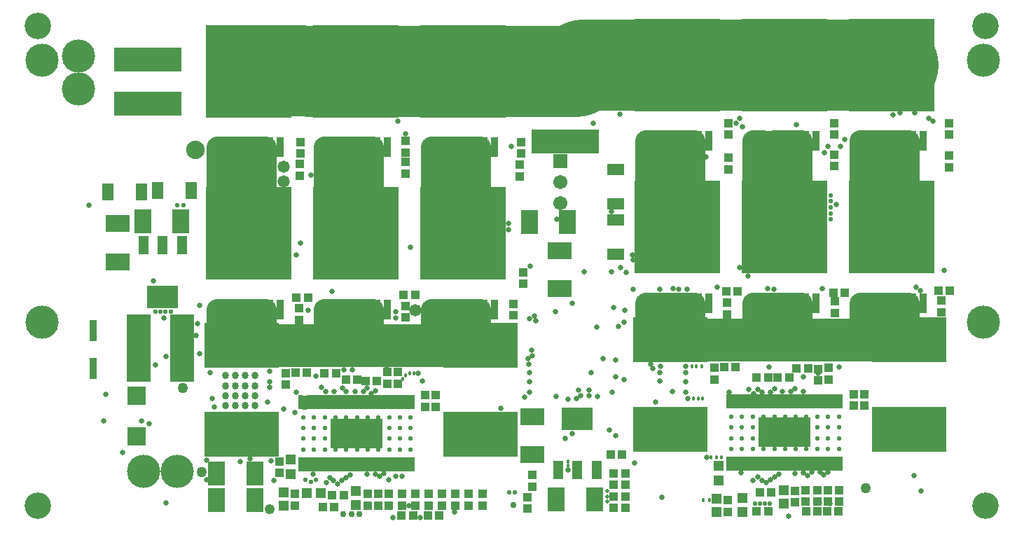
<source format=gbs>
%FSTAX23Y23*%
%MOIN*%
%SFA1B1*%

%IPPOS*%
%ADD47C,0.011810*%
%ADD52C,0.149610*%
%ADD68C,0.018000*%
%ADD69C,0.050000*%
%ADD70C,0.022000*%
%ADD72C,0.023000*%
%ADD73C,0.021000*%
%ADD74C,0.025000*%
%ADD76C,0.020000*%
%ADD77C,0.030000*%
%ADD92C,0.098430*%
%ADD93C,0.204720*%
%ADD94C,0.433070*%
%ADD110R,0.051310X0.047370*%
%ADD111R,0.047370X0.051310*%
%ADD112R,0.043430X0.039500*%
%ADD113R,0.039500X0.043430*%
%ADD115R,0.082800X0.114300*%
%ADD117R,0.047370X0.086740*%
%ADD118R,0.145790X0.106420*%
%ADD125R,0.114300X0.082800*%
%ADD141C,0.158000*%
%ADD142R,0.067060X0.067060*%
%ADD143C,0.067060*%
%ADD144C,0.126110*%
%ADD145C,0.026000*%
%ADD146C,0.058000*%
%ADD147C,0.048000*%
%ADD148C,0.088000*%
%ADD149R,0.110000X0.035000*%
%ADD150R,0.090000X0.080000*%
%ADD151R,0.055000X0.050000*%
%ADD152R,0.250000X0.142130*%
%ADD153R,0.322960X0.114300*%
%ADD154R,0.033590X0.102490*%
%ADD155R,0.405440X0.441070*%
%ADD156R,0.037530X0.097960*%
%ADD157R,0.352490X0.212720*%
%ADD158R,0.082410X0.056820*%
%ADD159R,0.056820X0.082410*%
%ADD160R,0.086740X0.086740*%
%ADD161R,0.019810X0.069020*%
%ADD162R,0.114300X0.322960*%
%ADD163C,0.033980*%
%LNninja_ecu_pcb-1*%
%LPD*%
G54D47*
X02687Y0293D02*
X02714Y02902D01*
X04727Y0296D02*
X04754Y02932D01*
X04726Y0211D02*
X04727Y0211D01*
X0437Y02115D02*
X04375Y0211D01*
X0437Y02115D02*
D01*
X0386D02*
X03865Y0212D01*
X03855Y0211D02*
X0386Y02115D01*
X04726Y0211D02*
X04737D01*
X02686Y02085D02*
X02687Y02085D01*
X0182Y02085D02*
X01825Y0209D01*
X0182Y02085D02*
X01862Y02042D01*
G54D52*
X04131Y02941D02*
Y03024D01*
X02606Y02735D02*
Y02911D01*
X01581Y02906D02*
Y02981D01*
Y02621D02*
Y02906D01*
X02091Y02911D02*
Y02994D01*
X03621Y02936D02*
Y03011D01*
Y02651D02*
Y02936D01*
X04131Y02651D02*
Y02941D01*
X04646Y02765D02*
Y02941D01*
G54D68*
X01047Y02031D03*
X01045Y02D03*
Y02082D03*
Y02056D03*
X0235Y0195D03*
X02317Y01925D03*
X02332Y0194D03*
X0237Y0195D03*
X03835Y0155D03*
X0381D03*
X03785D03*
X03778Y01347D03*
X03747D03*
X03105Y0153D03*
Y0151D03*
X03725Y0183D03*
X03745D03*
X03702D03*
X0374Y01985D03*
X03715D03*
X03693D03*
X01046Y0211D03*
G54D69*
X0452Y01405D03*
X0127Y0188D03*
X0136Y0148D03*
G54D70*
X04355Y02797D03*
Y0277D03*
Y0274D03*
Y0271D03*
Y02685D03*
X01855Y01445D03*
X01905D03*
X01189Y02245D03*
X01215D03*
X01163D03*
X0114D03*
X0188Y01435D03*
G54D72*
X04086Y01643D03*
X04393Y01746D03*
X04342D03*
X04291D03*
X04239D03*
X04188D03*
X04137D03*
X04086D03*
X04035D03*
X03983D03*
X03932D03*
X03881D03*
X04393Y01695D03*
X04342D03*
X04291D03*
X04239D03*
X04188D03*
X04137D03*
X04086D03*
X04035D03*
X03983D03*
X03932D03*
X03881D03*
X04393Y01643D03*
X04342D03*
X04291D03*
X04239D03*
X04188D03*
X04137D03*
X04035D03*
X03983D03*
X03932D03*
X03881D03*
X04393Y01592D03*
X04342D03*
X04291D03*
X04239D03*
X04188D03*
X04137D03*
X04086D03*
X04035D03*
X03983D03*
X03932D03*
X03881D03*
X02355Y01742D03*
X02304D03*
X02253D03*
X02202D03*
X02151D03*
X021D03*
X02048D03*
X01997D03*
X01946D03*
X01895D03*
X01844D03*
X02355Y01691D03*
X02304D03*
X02253D03*
X02202D03*
X02151D03*
X021D03*
X02048D03*
X01997D03*
X01946D03*
X01895D03*
X01844D03*
X02355Y0164D03*
X02304D03*
X02253D03*
X02202D03*
X02151D03*
X021D03*
X02048D03*
X01997D03*
X01946D03*
X01895D03*
X01844D03*
X02355Y01588D03*
X02304D03*
X02253D03*
X02202D03*
X02151D03*
X021D03*
X02048D03*
X01997D03*
X01946D03*
X01895D03*
X01844D03*
G54D73*
X02852Y01385D03*
X04065Y0133D03*
X04018D03*
X04041D03*
X01245Y0275D03*
X03995Y0133D03*
X02825Y01385D03*
X01275Y0275D03*
Y0272D03*
X01245D03*
G54D74*
X02346Y01322D03*
G54D76*
X0329Y01364D03*
Y0134D03*
Y0139D03*
G54D77*
X02035Y0128D03*
X02075D03*
X0211D03*
X02845Y01325D03*
G54D92*
X04085Y03057D02*
X04185D01*
X04727Y02846D02*
Y0296D01*
X02687Y0293D02*
Y03027D01*
Y02816D02*
Y0293D01*
X02177Y02699D02*
Y03027D01*
X01667Y02699D02*
Y03027D01*
X01435D02*
X01485D01*
X01535*
X01635D02*
X01667D01*
X01945D02*
X01995D01*
X02045*
X02145D02*
X02177D01*
X02455D02*
X02505D01*
X02555*
X02655D02*
X02687D01*
X02606Y02735D02*
X02687Y02816D01*
X02606Y02618D02*
Y02735D01*
X02505Y02717D02*
Y03027D01*
X02455Y02767D02*
Y03027D01*
X02555D02*
X02655D01*
X02045D02*
X02145D01*
X01535D02*
X01635D01*
X01995Y02717D02*
Y03027D01*
X01945Y02767D02*
Y03027D01*
X01485Y02717D02*
Y03027D01*
X01435Y02767D02*
Y03027D01*
X04217Y02729D02*
Y03057D01*
X03707Y02729D02*
Y03057D01*
X03475D02*
X03525D01*
X03575*
X03675D02*
X03707D01*
X03985D02*
X04035D01*
X04185D02*
X04217D01*
X04495D02*
X04545D01*
X04595*
X04695D02*
X04727D01*
X04646Y02765D02*
X04727Y02846D01*
X04646Y02648D02*
Y02765D01*
X04545Y02747D02*
Y03057D01*
X04495Y02797D02*
Y03057D01*
X04595D02*
X04695D01*
X03575D02*
X03675D01*
X04727Y0296D02*
Y03057D01*
X04035Y02747D02*
Y03057D01*
X03985Y02797D02*
Y03057D01*
X03525Y02747D02*
Y03057D01*
X03475Y02797D02*
Y03057D01*
X04727Y0211D02*
Y02285D01*
X04695Y02141D02*
Y02285D01*
X04727*
X04495Y02115D02*
Y02285D01*
X04595Y02241D02*
Y02285D01*
X04545Y02165D02*
Y02285D01*
X04645D02*
X04695D01*
X04595D02*
X04645D01*
Y02191D02*
Y02285D01*
X04135Y02115D02*
Y02285D01*
X04217Y02133D02*
Y02285D01*
X04035Y02145D02*
Y02285D01*
X04085Y02165D02*
Y02285D01*
X03985Y02125D02*
Y02285D01*
X04135D02*
X04185D01*
X04085D02*
X04135D01*
X03675Y02193D02*
Y02285D01*
X03625Y02143D02*
Y02285D01*
X03575Y02126D02*
Y02285D01*
X03625D02*
X03675D01*
X03575D02*
X03625D01*
X03525Y02176D02*
Y02285D01*
X03475Y0212D02*
Y02285D01*
X04545D02*
X04595D01*
X04495D02*
X04545D01*
X04185D02*
X04217D01*
X04035D02*
X04085D01*
X03985D02*
X04035D01*
X03525D02*
X03575D01*
X03475D02*
X03525D01*
X03675D02*
X03707D01*
Y02225D02*
Y02285D01*
X01435Y02075D02*
Y02255D01*
X02555Y02216D02*
Y02255D01*
X02455Y02125D02*
Y02255D01*
X02505Y021D02*
Y02255D01*
X02605D02*
X02655D01*
X02555D02*
X02605D01*
Y02166D02*
Y02255D01*
X01945Y0212D02*
Y02255D01*
X02045Y02115D02*
Y02255D01*
X01995Y02185D02*
Y02255D01*
X02095Y02085D02*
Y02255D01*
X02145Y0214D02*
Y02255D01*
X02095D02*
X02145D01*
X02045D02*
X02095D01*
X0158Y0213D02*
X01624Y02085D01*
X01535Y02175D02*
Y02255D01*
X0158Y0213D02*
Y02255D01*
X01667Y02085D02*
Y02255D01*
X01635Y02085D02*
Y02255D01*
X0158D02*
X01635D01*
X01535D02*
X0158D01*
X01535Y02175D02*
X0158Y0213D01*
X01667Y02042D02*
Y02085D01*
X01635Y02075D02*
Y02085D01*
X01624D02*
X01635Y02075D01*
X02655Y02255D02*
X02687D01*
X02505D02*
X02555D01*
X02455D02*
X02505D01*
X02145D02*
X02177D01*
X01995D02*
X02045D01*
X01945D02*
X01995D01*
X01635D02*
X01667D01*
X01485D02*
X01535D01*
X01435D02*
X01485D01*
X01445Y02085D02*
X01485Y02125D01*
Y02255*
X02687Y02085D02*
Y02255D01*
X02655Y02116D02*
Y02255D01*
X02177Y02098D02*
Y02255D01*
G54D93*
X03855Y0211D02*
X04375D01*
X03591Y0211D02*
X03854D01*
X03855Y0211*
X03591D02*
X03591Y0211D01*
X04375Y0211D02*
X04726D01*
X02095Y02085D02*
X02686D01*
X01635D02*
X01667D01*
X01624D02*
X01635D01*
X01551D02*
X01624D01*
X01667D02*
X0182D01*
X02095*
G54D94*
X03174Y03419D02*
X0363D01*
X0414D02*
X0465D01*
X0363D02*
X0414D01*
X0261Y03389D02*
X03144D01*
X021D02*
X0261D01*
X01615Y0339D02*
X021Y03389D01*
G54D110*
X0186Y0138D03*
X01926D03*
G54D111*
X01785Y0154D03*
Y01473D03*
X0382Y0151D03*
Y01443D03*
X0175Y0132D03*
Y01386D03*
X0381Y0129D03*
Y01356D03*
X02095Y01325D03*
Y01391D03*
X0413Y0133D03*
Y01396D03*
X03935Y01292D03*
Y01359D03*
G54D112*
X0233Y02217D03*
Y02272D03*
X04375Y02239D03*
Y02295D03*
X0173Y01532D03*
Y01477D03*
X02935Y01412D03*
Y01467D03*
X02912Y01363D03*
Y01308D03*
X01805Y01377D03*
Y01322D03*
X0215D03*
Y01377D03*
X022Y01322D03*
Y01377D03*
X02251D03*
Y01322D03*
X02314Y01377D03*
Y01322D03*
X02378Y01377D03*
Y01322D03*
X02442Y01377D03*
Y01322D03*
X02505Y01377D03*
Y01322D03*
X02569D03*
Y01377D03*
X02632D03*
Y01322D03*
X02696D03*
Y01377D03*
X02875Y02945D03*
Y02889D03*
X04917Y02987D03*
Y02932D03*
X02845Y02282D03*
Y02227D03*
X0488Y02297D03*
Y02242D03*
X0288Y03052D03*
Y02997D03*
X04917Y03142D03*
Y03087D03*
X0289Y02432D03*
Y02377D03*
X0233Y02957D03*
Y02902D03*
X04372Y02992D03*
Y02937D03*
X0233Y03057D03*
Y03002D03*
X04372Y03142D03*
Y03087D03*
X01827Y02947D03*
Y02892D03*
X03867Y02977D03*
Y02922D03*
X01825Y0226D03*
Y02204D03*
X0386Y02287D03*
Y02232D03*
X0183Y03052D03*
Y02997D03*
X03867Y03142D03*
Y03087D03*
X0176Y01897D03*
Y01952D03*
X02295Y01957D03*
Y01902D03*
X02245D03*
Y01957D03*
X02475Y01792D03*
Y01847D03*
X02425D03*
Y01792D03*
X04395Y0134D03*
Y01395D03*
X0434Y0134D03*
Y01395D03*
X0429Y0134D03*
Y01395D03*
X04235Y0134D03*
Y01395D03*
X04185Y01337D03*
Y01392D03*
X03865Y01292D03*
Y01347D03*
X038Y01922D03*
Y01977D03*
X04295Y01917D03*
Y01972D03*
X04345Y01922D03*
Y01977D03*
X04515Y01797D03*
Y01852D03*
X04465Y01797D03*
Y01852D03*
G54D113*
X01992Y01315D03*
X01937D03*
X01982Y0137D03*
X02037D03*
X04867Y02345D03*
X04922D03*
X02322Y02325D03*
X02377D03*
X04367Y02335D03*
X04422D03*
X01867Y0231D03*
X01812D03*
X03857Y0234D03*
X03912D03*
X01807Y01955D03*
X01862D03*
X02Y0195D03*
X01945D03*
X02102Y0192D03*
X02047D03*
X02195Y01915D03*
X0214D03*
X04017Y01385D03*
X04072D03*
X04002Y01295D03*
X04057D03*
X04237D03*
X04292D03*
X04337D03*
X04392D03*
X03322Y01365D03*
X03377D03*
X03322Y0131D03*
X03377D03*
X03322Y0142D03*
X03377D03*
X03322Y01475D03*
X03377D03*
X03307Y01565D03*
X03362D03*
X03847Y0198D03*
X03902D03*
X04002Y0193D03*
X04057D03*
X04102D03*
X04157D03*
X04192Y01975D03*
X04247D03*
X02437Y01275D03*
X02492D03*
X02312D03*
X02367D03*
G54D115*
X0108Y02675D03*
X01261D03*
X01613Y01474D03*
X01432D03*
X01613Y01347D03*
X01432D03*
X0292Y0267D03*
X03101D03*
X03048Y0135D03*
X0323D03*
G54D117*
X01085Y0256D03*
X01175D03*
X01266D03*
X03058Y0149D03*
X03149D03*
X0324D03*
G54D118*
X01175Y02315D03*
X03149Y01734D03*
G54D125*
X03065Y02536D03*
Y02355D03*
X02935Y01565D03*
Y01746D03*
X0096Y02665D03*
Y02483D03*
G54D141*
X0508Y02195D03*
Y0344D03*
X006Y02195D03*
Y0344D03*
X00775Y03305D03*
Y0346D03*
X03627Y02937D03*
X04132Y02942D03*
X04647D03*
X02575Y02895D03*
X02085Y0289D03*
X01581Y02906D03*
X01245Y01485D03*
X01085D03*
G54D142*
X03067Y0296D03*
G54D143*
X03067Y0286D03*
Y0276D03*
G54D144*
X0509Y03605D03*
X0058D03*
Y0132D03*
X0509D03*
G54D145*
X0224Y01975D03*
X00985Y01575D03*
X01075Y01725D03*
X01685Y0196D03*
X04685Y0319D03*
X03675Y0183D03*
X02315Y0146D03*
X0135Y02045D03*
X01545Y0153D03*
X0141Y0183D03*
X01422Y0179D03*
X01685Y01885D03*
Y0191D03*
X03665Y01985D03*
Y01955D03*
X0354Y01956D03*
X03545Y01985D03*
X0435Y01333D03*
X043Y01335D03*
X01955Y0143D03*
X02251Y01445D03*
X03988Y01855D03*
X03985Y0144D03*
X02285Y02245D03*
Y02215D03*
X01905Y01939D03*
X02039Y01967D03*
X0203Y0188D03*
X0199Y01865D03*
X0195D03*
X02077Y01968D03*
X0239Y0195D03*
X02785Y01785D03*
X04155Y0127D03*
X0355Y0136D03*
X0337Y0192D03*
X0333Y01935D03*
X0119Y0203D03*
X0118Y02215D03*
X0135Y02275D03*
X0114Y0199D03*
X02049Y01864D03*
X0193Y01886D03*
X02898Y01838D03*
X0241Y01915D03*
X02167Y01856D03*
X02186Y01868D03*
X0213Y01865D03*
X0209D03*
X0183Y0257D03*
X0181Y02515D03*
X02295Y0315D03*
X0233Y0309D03*
X0159Y01544D03*
X0175Y0178D03*
X01805Y01765D03*
X01675Y01815D03*
X0181Y0186D03*
X0169Y01535D03*
X01705Y0144D03*
X03765Y0155D03*
X02147Y01882D03*
X02355Y0255D03*
X0293Y0206D03*
X03105Y0149D03*
X0292Y0191D03*
X04395Y0198D03*
X04755Y0319D03*
X0482Y03166D03*
X0419Y03135D03*
X0392Y03165D03*
X0335Y03185D03*
X03225Y0314D03*
X02401Y01265D03*
X0227D03*
X04295Y0195D03*
X04165Y01864D03*
X04224Y01864D03*
X04225Y01935D03*
X04185Y01878D03*
X04125Y01864D03*
X04086Y01878D03*
X04066Y01863D03*
X04027Y01862D03*
X04007Y01875D03*
X03965D03*
X0406Y0198D03*
X0387Y0186D03*
X04085Y0235D03*
X0396Y02415D03*
X0392Y02455D03*
X03935Y03125D03*
X02915Y0202D03*
X0475Y01465D03*
X04785Y0139D03*
X02565Y01293D03*
X0376Y0298D03*
X03415Y0235D03*
X0367D03*
X03355Y02455D03*
X03311Y0272D03*
X0363Y0235D03*
X03605Y02355D03*
X0341Y02515D03*
X03413Y02493D03*
X0354Y0235D03*
X0305Y02685D03*
X0342Y01525D03*
X02921Y01956D03*
X02925Y0246D03*
X03046Y01841D03*
X014Y01955D03*
X0318Y02435D03*
X0333Y01655D03*
X0338Y0243D03*
X0282Y02635D03*
Y02665D03*
X0465Y0318D03*
X03496Y01994D03*
X03345Y02175D03*
X03508Y01976D03*
X044Y0303D03*
X04055Y02355D03*
X0434Y0303D03*
X04315Y02355D03*
X0442Y03065D03*
X036Y01865D03*
X03665Y0186D03*
X0354Y01915D03*
X03665Y0191D03*
X03125Y02285D03*
X01341Y02188D03*
X0478Y02345D03*
X03815Y0236D03*
X03905Y0314D03*
X0198Y0234D03*
X02919Y01995D03*
X0295Y022D03*
X02945Y02225D03*
X03105Y01829D03*
X02922Y02212D03*
X04303Y01481D03*
X04322Y01467D03*
X04342Y01482D03*
X02285Y0146D03*
X02226Y01476D03*
X02206Y01461D03*
X02186Y01473D03*
X02147Y01472D03*
X02068Y01468D03*
X02049Y01455D03*
X02029Y0144D03*
X02009Y01425D03*
X01989Y0144D03*
X0197Y01455D03*
X01891Y01473D03*
X03928Y01477D03*
X04184Y01476D03*
X04224Y01477D03*
X04243Y01465D03*
X04263Y0148D03*
X04007Y01459D03*
X04027Y01443D03*
X04106Y01472D03*
X04086Y01459D03*
X04066Y01444D03*
X04047Y01432D03*
X03045Y02245D03*
X0324Y0217D03*
X033Y0168D03*
X0352Y01815D03*
X02935Y02035D03*
X03125Y01665D03*
X0309Y0164D03*
X01867Y02252D03*
X04325Y03D03*
X0476Y0236D03*
X04895Y0244D03*
X0484Y0315D03*
X0438Y02755D03*
X0292Y0186D03*
X0331Y02435D03*
X03145Y0183D03*
X03164Y01844D03*
X03155Y0187D03*
X03204Y01844D03*
X03243Y01843D03*
X03205Y0187D03*
X03215Y01955D03*
X03375Y0225D03*
X0337Y02195D03*
X0332Y02265D03*
X0113Y0239D03*
X01335Y0213D03*
X0111Y0171D03*
X0119Y01335D03*
X01385Y01445D03*
X00895Y01725D03*
X01384Y01538D03*
X00905Y0185D03*
X0188Y02895D03*
X00825Y0275D03*
X02835Y0303D03*
X0333Y02015D03*
X0327Y0202D03*
X03313Y01863D03*
G54D146*
X02376Y0225D03*
X0175Y02865D03*
Y02935D03*
G54D147*
X01685Y01305D03*
G54D148*
X0133Y03015D03*
G54D149*
X04055Y03087D03*
G54D150*
X046Y0301D03*
G54D151*
X02562Y02985D03*
G54D152*
X04135Y0167D03*
X02098Y01666D03*
G54D153*
X01105Y03444D03*
Y03235D03*
X0309Y03264D03*
Y03055D03*
G54D154*
X00845Y01974D03*
Y02156D03*
G54D155*
X04135Y03419D03*
X04645Y02647D03*
X04135D03*
X03625D03*
X01585Y02617D03*
X02605D03*
X01585Y03389D03*
X02095D03*
X02605D03*
X04645Y03419D03*
X03625D03*
X02095Y02617D03*
G54D156*
X03985Y03057D03*
X04035D03*
X04085D03*
X04185D03*
X04235D03*
X04285D03*
X04495Y02285D03*
X04545D03*
X04595D03*
X04695D03*
X04745D03*
X04795D03*
X03985D03*
X04035D03*
X04085D03*
X04185D03*
X04235D03*
X04285D03*
X03475D03*
X03525D03*
X03575D03*
X03675D03*
X03725D03*
X03775D03*
X01435Y02255D03*
X01485D03*
X01535D03*
X01635D03*
X01685D03*
X01735D03*
X02455D03*
X02505D03*
X02555D03*
X02655D03*
X02705D03*
X02755D03*
X01435Y03027D03*
X01485D03*
X01535D03*
X01635D03*
X01685D03*
X01735D03*
X01945D03*
X01995D03*
X02045D03*
X02145D03*
X02195D03*
X02245D03*
X02455D03*
X02505D03*
X02555D03*
X02655D03*
X02705D03*
X02755D03*
X04495Y03057D03*
X04545D03*
X04595D03*
X04695D03*
X04745D03*
X04795D03*
X03475D03*
X03525D03*
X03575D03*
X03675D03*
X03725D03*
X03775D03*
X01995Y02255D03*
X01945D03*
X02195D03*
X02245D03*
X02045D03*
X02145D03*
G54D157*
X02686Y02085D03*
Y0166D03*
X04726Y0211D03*
Y01685D03*
X03591Y0211D03*
Y01685D03*
X01551Y02085D03*
Y0166D03*
G54D158*
X0333Y02519D03*
Y0268D03*
Y02759D03*
Y0292D03*
G54D159*
X01075Y02815D03*
X00914D03*
X0131Y0282D03*
X0115D03*
G54D160*
X0105Y01845D03*
Y0165D03*
G54D161*
X04401Y01522D03*
X04381D03*
X04362D03*
X04342D03*
X04322D03*
X04303D03*
X04283D03*
X04263D03*
X04243D03*
X04224D03*
X04204D03*
X04184D03*
X04165D03*
X04145D03*
X04125D03*
X04106D03*
X04086D03*
X04066D03*
X04047D03*
X04027D03*
X04007D03*
X03988D03*
X03968D03*
X03948D03*
X03928D03*
X03909D03*
X03889D03*
X03869D03*
Y01817D03*
X03889Y01817D03*
X03909Y01817D03*
X03928D03*
X03948D03*
X03968D03*
X03988D03*
X04007D03*
X04027D03*
X04047D03*
X04066D03*
X04086D03*
X04106D03*
X04125D03*
X04145D03*
X04165D03*
X04184D03*
X04204D03*
X04224D03*
X04243D03*
X04263D03*
X04283D03*
X04303D03*
X04322D03*
X04342D03*
X04362D03*
X04381D03*
X04401D03*
X02363Y01518D03*
X02344D03*
X02324D03*
X02304D03*
X02285D03*
X02265D03*
X02245D03*
X02226D03*
X02206D03*
X02186D03*
X02167D03*
X02147D03*
X02127D03*
X02108D03*
X02088D03*
X02068D03*
X02049D03*
X02029D03*
X02009D03*
X01989D03*
X0197D03*
X0195D03*
X0193D03*
X01911D03*
X01891D03*
X01871D03*
X01852D03*
X01832D03*
Y01814D03*
X01852Y01813D03*
X01871Y01814D03*
X01891D03*
X01911D03*
X0193D03*
X0195D03*
X0197D03*
X01989D03*
X02009D03*
X02029D03*
X02049D03*
X02068D03*
X02088D03*
X02108D03*
X02127D03*
X02147D03*
X02167D03*
X02186D03*
X02206D03*
X02226D03*
X02245D03*
X02265D03*
X02285D03*
X02304D03*
X02324D03*
X02344D03*
X02363D03*
G54D162*
X0106Y0207D03*
X01269D03*
G54D163*
X01615Y01893D03*
Y0194D03*
X01474Y01799D03*
X01615D03*
X01568Y01893D03*
Y0194D03*
Y01846D03*
Y01799D03*
X01474Y01893D03*
X01521D03*
Y01799D03*
X01474Y0194D03*
X01521D03*
X01615Y01846D03*
X01521D03*
X01474D03*
M02*
</source>
